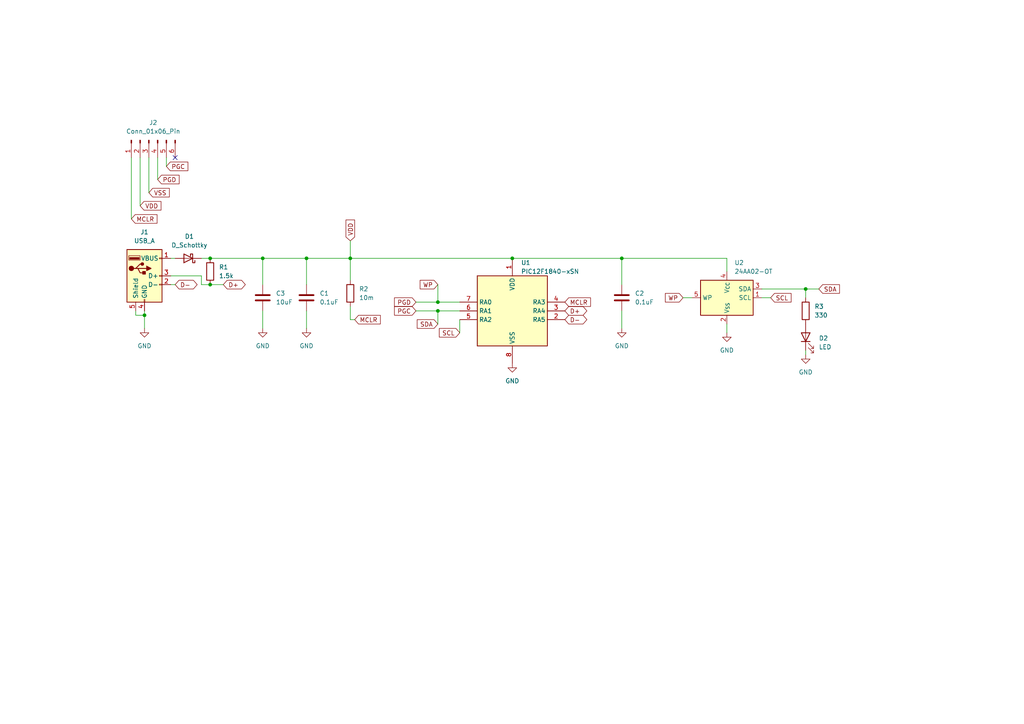
<source format=kicad_sch>
(kicad_sch (version 20230121) (generator eeschema)
  (paper "A4")
  (lib_symbols
    (symbol "Connector:Conn_01x06_Pin" (pin_names (offset 1.016) hide)
      (property "Reference" "J" (at 0 7.62 0))
      (property "Value" "Conn_01x06_Pin" (at 0 -10.16 0))
      (symbol "Conn_01x06_Pin_1_1"
        (polyline (pts (xy 1.27 -7.62) (xy 0.8636 -7.62)) (stroke (width 0.1524)))
        (polyline (pts (xy 1.27 -5.08) (xy 0.8636 -5.08)) (stroke (width 0.1524)))
        (polyline (pts (xy 1.27 -2.54) (xy 0.8636 -2.54)) (stroke (width 0.1524)))
        (polyline (pts (xy 1.27 0) (xy 0.8636 0)) (stroke (width 0.1524)))
        (polyline (pts (xy 1.27 2.54) (xy 0.8636 2.54)) (stroke (width 0.1524)))
        (polyline (pts (xy 1.27 5.08) (xy 0.8636 5.08)) (stroke (width 0.1524)))
        (rectangle (start 0.8636 -7.493) (end 0 -7.747) (stroke (width 0.1524)) (fill (type outline)))
        (rectangle (start 0.8636 -4.953) (end 0 -5.207) (stroke (width 0.1524)) (fill (type outline)))
        (rectangle (start 0.8636 -2.413) (end 0 -2.667) (stroke (width 0.1524)) (fill (type outline)))
        (rectangle (start 0.8636 0.127) (end 0 -0.127) (stroke (width 0.1524)) (fill (type outline)))
        (rectangle (start 0.8636 2.667) (end 0 2.413) (stroke (width 0.1524)) (fill (type outline)))
        (rectangle (start 0.8636 5.207) (end 0 4.953) (stroke (width 0.1524)) (fill (type outline)))
        (pin passive line (at 5.08 5.08 180) (length 3.81) (name "Pin_1") (number "1"))
        (pin passive line (at 5.08 2.54 180) (length 3.81) (name "Pin_2") (number "2"))
        (pin passive line (at 5.08 0 180) (length 3.81) (name "Pin_3") (number "3"))
        (pin passive line (at 5.08 -2.54 180) (length 3.81) (name "Pin_4") (number "4"))
        (pin passive line (at 5.08 -5.08 180) (length 3.81) (name "Pin_5") (number "5"))
        (pin passive line (at 5.08 -7.62 180) (length 3.81) (name "Pin_6") (number "6"))
      )
    )
    (symbol "Connector:USB_A" (pin_names (offset 1.016))
      (property "Reference" "J" (at -5.08 11.43 0))
      (property "Value" "USB_A" (at -5.08 8.89 0))
      (symbol "USB_A_0_1"
        (rectangle (start -5.08 -7.62) (end 5.08 7.62) (stroke (width 0.254)) (fill (type background)))
        (circle (center -3.81 2.159) (radius 0.635) (stroke (width 0.254)) (fill (type outline)))
        (rectangle (start -1.524 4.826) (end -4.318 5.334) (fill (type outline)))
        (rectangle (start -1.27 4.572) (end -4.572 5.842))
        (circle (center -0.635 3.429) (radius 0.381) (stroke (width 0.254)) (fill (type outline)))
        (rectangle (start -0.127 -7.62) (end 0.127 -6.858))
        (polyline (pts (xy -3.175 2.159) (xy -2.54 2.159) (xy -1.27 3.429) (xy -0.635 3.429)) (stroke (width 0.254)))
        (polyline (pts (xy -2.54 2.159) (xy -1.905 2.159) (xy -1.27 0.889) (xy 0 0.889)) (stroke (width 0.254)))
        (polyline (pts (xy 0.635 2.794) (xy 0.635 1.524) (xy 1.905 2.159) (xy 0.635 2.794)) (stroke (width 0.254)) (fill (type outline)))
        (rectangle (start 0.254 1.27) (end -0.508 0.508) (stroke (width 0.254)) (fill (type outline)))
        (rectangle (start 5.08 -2.667) (end 4.318 -2.413))
        (rectangle (start 5.08 -0.127) (end 4.318 0.127))
        (rectangle (start 5.08 4.953) (end 4.318 5.207))
      )
      (symbol "USB_A_1_1"
        (polyline (pts (xy -1.905 2.159) (xy 0.635 2.159)) (stroke (width 0.254)))
        (pin power_in line (at 7.62 5.08 180) (length 2.54) (name "VBUS") (number "1"))
        (pin bidirectional line (at 7.62 -2.54 180) (length 2.54) (name "D-") (number "2"))
        (pin bidirectional line (at 7.62 0 180) (length 2.54) (name "D+") (number "3"))
        (pin power_in line (at 0 -10.16 90) (length 2.54) (name "GND") (number "4"))
        (pin passive line (at -2.54 -10.16 90) (length 2.54) (name "Shield") (number "5"))
      )
    )
    (symbol "Device:C" (pin_numbers hide) (pin_names (offset 0.254))
      (property "Reference" "C" (at 0.635 2.54 0))
      (property "Value" "C" (at 0.635 -2.54 0))
      (symbol "C_0_1"
        (polyline (pts (xy -2.032 -0.762) (xy 2.032 -0.762)) (stroke (width 0.508)))
        (polyline (pts (xy -2.032 0.762) (xy 2.032 0.762)) (stroke (width 0.508)))
      )
      (symbol "C_1_1"
        (pin passive line (at 0 3.81 270) (length 2.794) (name "~") (number "1"))
        (pin passive line (at 0 -3.81 90) (length 2.794) (name "~") (number "2"))
      )
    )
    (symbol "Device:D_Schottky" (pin_numbers hide) (pin_names (offset 1.016) hide)
      (property "Reference" "D" (at 0 2.54 0))
      (property "Value" "D_Schottky" (at 0 -2.54 0))
      (symbol "D_Schottky_0_1"
        (polyline (pts (xy 1.27 0) (xy -1.27 0)))
        (polyline (pts (xy 1.27 1.27) (xy 1.27 -1.27) (xy -1.27 0) (xy 1.27 1.27)) (stroke (width 0.254)))
        (polyline (pts (xy -1.905 0.635) (xy -1.905 1.27) (xy -1.27 1.27) (xy -1.27 -1.27) (xy -0.635 -1.27) (xy -0.635 -0.635)) (stroke (width 0.254)))
      )
      (symbol "D_Schottky_1_1"
        (pin passive line (at -3.81 0 0) (length 2.54) (name "K") (number "1"))
        (pin passive line (at 3.81 0 180) (length 2.54) (name "A") (number "2"))
      )
    )
    (symbol "Device:LED" (pin_numbers hide) (pin_names (offset 1.016) hide)
      (property "Reference" "D" (at 0 2.54 0))
      (property "Value" "LED" (at 0 -2.54 0))
      (symbol "LED_0_1"
        (polyline (pts (xy -1.27 -1.27) (xy -1.27 1.27)) (stroke (width 0.254)))
        (polyline (pts (xy -1.27 0) (xy 1.27 0)))
        (polyline (pts (xy 1.27 -1.27) (xy 1.27 1.27) (xy -1.27 0) (xy 1.27 -1.27)) (stroke (width 0.254)))
        (polyline (pts (xy -3.048 -0.762) (xy -4.572 -2.286) (xy -3.81 -2.286) (xy -4.572 -2.286) (xy -4.572 -1.524)))
        (polyline (pts (xy -1.778 -0.762) (xy -3.302 -2.286) (xy -2.54 -2.286) (xy -3.302 -2.286) (xy -3.302 -1.524)))
      )
      (symbol "LED_1_1"
        (pin passive line (at -3.81 0 0) (length 2.54) (name "K") (number "1"))
        (pin passive line (at 3.81 0 180) (length 2.54) (name "A") (number "2"))
      )
    )
    (symbol "Device:R" (pin_numbers hide) (pin_names (offset 0))
      (property "Reference" "R" (at 2.032 0 90))
      (property "Value" "R" (at 0 0 90))
      (symbol "R_0_1"
        (rectangle (start -1.016 -2.54) (end 1.016 2.54) (stroke (width 0.254)))
      )
      (symbol "R_1_1"
        (pin passive line (at 0 3.81 270) (length 1.27) (name "~") (number "1"))
        (pin passive line (at 0 -3.81 90) (length 1.27) (name "~") (number "2"))
      )
    )
    (symbol "MCU_Microchip_PIC12:PIC12F1840-xSN"
      (property "Reference" "U" (at 1.27 13.97 0))
      (property "Value" "PIC12F1840-xSN" (at 1.27 11.43 0))
      (symbol "PIC12F1840-xSN_0_1"
        (rectangle (start 10.16 -10.16) (end -10.16 10.16) (stroke (width 0.254)) (fill (type background)))
      )
      (symbol "PIC12F1840-xSN_1_1"
        (pin power_in line (at 0 15.24 270) (length 5.08) (name "VDD") (number "1"))
        (pin bidirectional line (at 15.24 -2.54 180) (length 5.08) (name "RA5") (number "2"))
        (pin bidirectional line (at 15.24 0 180) (length 5.08) (name "RA4") (number "3"))
        (pin input line (at 15.24 2.54 180) (length 5.08) (name "RA3") (number "4"))
        (pin bidirectional line (at -15.24 -2.54 0) (length 5.08) (name "RA2") (number "5"))
        (pin bidirectional line (at -15.24 0 0) (length 5.08) (name "RA1") (number "6"))
        (pin bidirectional line (at -15.24 2.54 0) (length 5.08) (name "RA0") (number "7"))
        (pin power_in line (at 0 -15.24 90) (length 5.08) (name "VSS") (number "8"))
      )
    )
    (symbol "Memory_EEPROM:24AA02-OT"
      (property "Reference" "U" (at -7.62 6.35 0))
      (property "Value" "24AA02-OT" (at 2.54 -6.35 0))
      (symbol "24AA02-OT_1_1"
        (rectangle (start -7.62 5.08) (end 7.62 -5.08) (stroke (width 0.254)) (fill (type background)))
        (pin input line (at 10.16 0 180) (length 2.54) (name "SCL") (number "1"))
        (pin power_in line (at 0 -7.62 90) (length 2.54) (name "V_{SS}") (number "2"))
        (pin bidirectional line (at 10.16 2.54 180) (length 2.54) (name "SDA") (number "3"))
        (pin power_in line (at 0 7.62 270) (length 2.54) (name "V_{CC}") (number "4"))
        (pin input line (at -10.16 0 0) (length 2.54) (name "WP") (number "5"))
      )
    )
    (symbol "power:GND" (power) (pin_names (offset 0))
      (property "Value" "GND" (at 0 -3.81 0))
      (symbol "GND_0_1"
        (polyline (pts (xy 0 0) (xy 0 -1.27) (xy 1.27 -1.27) (xy 0 -2.54) (xy -1.27 -1.27) (xy 0 -1.27)))
      )
      (symbol "GND_1_1"
        (pin power_in line (at 0 0 270) (length 0) hide (name "GND") (number "1"))
      )
    )
  )
  (junction (at 127 87.63))
  (junction (at 180.34 74.93))
  (junction (at 60.96 82.55))
  (junction (at 233.68 83.82))
  (junction (at 76.2 74.93))
  (junction (at 127 90.17))
  (junction (at 101.6 74.93))
  (junction (at 148.59 74.93))
  (junction (at 41.91 91.44))
  (junction (at 60.96 74.93))
  (junction (at 88.9 74.93))
  (no_connect (at 50.8 45.72))
  (wire (pts (xy 43.18 45.72) (xy 43.18 55.88)))
  (wire (pts (xy 233.68 101.6) (xy 233.68 102.87)))
  (wire (pts (xy 101.6 74.93) (xy 148.59 74.93)))
  (wire (pts (xy 210.82 96.52) (xy 210.82 93.98)))
  (wire (pts (xy 48.26 45.72) (xy 48.26 48.26)))
  (wire (pts (xy 127 87.63) (xy 133.35 87.63)))
  (wire (pts (xy 38.1 45.72) (xy 38.1 63.5)))
  (wire (pts (xy 180.34 82.55) (xy 180.34 74.93)))
  (wire (pts (xy 88.9 90.17) (xy 88.9 95.25)))
  (wire (pts (xy 233.68 83.82) (xy 233.68 86.36)))
  (wire (pts (xy 39.37 91.44) (xy 41.91 91.44)))
  (wire (pts (xy 41.91 91.44) (xy 41.91 90.17)))
  (wire (pts (xy 180.34 74.93) (xy 210.82 74.93)))
  (wire (pts (xy 60.96 74.93) (xy 76.2 74.93)))
  (wire (pts (xy 220.98 86.36) (xy 223.52 86.36)))
  (wire (pts (xy 180.34 90.17) (xy 180.34 95.25)))
  (wire (pts (xy 41.91 91.44) (xy 41.91 95.25)))
  (wire (pts (xy 101.6 88.9) (xy 101.6 92.71)))
  (wire (pts (xy 233.68 83.82) (xy 237.49 83.82)))
  (wire (pts (xy 148.59 74.93) (xy 180.34 74.93)))
  (wire (pts (xy 101.6 74.93) (xy 101.6 81.28)))
  (wire (pts (xy 133.35 92.71) (xy 133.35 96.52)))
  (wire (pts (xy 127 90.17) (xy 127 93.98)))
  (wire (pts (xy 76.2 90.17) (xy 76.2 95.25)))
  (wire (pts (xy 88.9 74.93) (xy 88.9 82.55)))
  (wire (pts (xy 49.53 82.55) (xy 50.8 82.55)))
  (wire (pts (xy 220.98 83.82) (xy 233.68 83.82)))
  (wire (pts (xy 40.64 45.72) (xy 40.64 59.69)))
  (wire (pts (xy 45.72 45.72) (xy 45.72 52.07)))
  (wire (pts (xy 76.2 74.93) (xy 76.2 82.55)))
  (wire (pts (xy 49.53 74.93) (xy 50.8 74.93)))
  (wire (pts (xy 198.12 86.36) (xy 200.66 86.36)))
  (wire (pts (xy 127 82.55) (xy 127 87.63)))
  (wire (pts (xy 60.96 82.55) (xy 64.77 82.55)))
  (wire (pts (xy 76.2 74.93) (xy 88.9 74.93)))
  (wire (pts (xy 127 90.17) (xy 133.35 90.17)))
  (wire (pts (xy 101.6 69.85) (xy 101.6 74.93)))
  (wire (pts (xy 120.65 90.17) (xy 127 90.17)))
  (wire (pts (xy 58.42 82.55) (xy 58.42 80.01)))
  (wire (pts (xy 120.65 87.63) (xy 127 87.63)))
  (wire (pts (xy 88.9 74.93) (xy 101.6 74.93)))
  (wire (pts (xy 58.42 74.93) (xy 60.96 74.93)))
  (wire (pts (xy 210.82 74.93) (xy 210.82 78.74)))
  (wire (pts (xy 58.42 82.55) (xy 60.96 82.55)))
  (wire (pts (xy 58.42 80.01) (xy 49.53 80.01)))
  (wire (pts (xy 101.6 92.71) (xy 102.87 92.71)))
  (wire (pts (xy 39.37 90.17) (xy 39.37 91.44)))
  (global_label "D+" (shape bidirectional) (at 163.83 90.17 0) (property "Intersheetrefs" "${INTERSHEET_REFS}" (effects hide)))
  (global_label "D-" (shape bidirectional) (at 163.83 92.71 0) (property "Intersheetrefs" "${INTERSHEET_REFS}" (effects hide)))
  (global_label "SDA" (shape input) (at 237.49 83.82 0) (property "Intersheetrefs" "${INTERSHEET_REFS}" (effects hide)))
  (global_label "VDD" (shape input) (at 40.64 59.69 0) (property "Intersheetrefs" "${INTERSHEET_REFS}" (effects hide)))
  (global_label "MCLR" (shape input) (at 102.87 92.71 0) (property "Intersheetrefs" "${INTERSHEET_REFS}" (effects hide)))
  (global_label "VSS" (shape input) (at 43.18 55.88 0) (property "Intersheetrefs" "${INTERSHEET_REFS}" (effects hide)))
  (global_label "PGD" (shape input) (at 45.72 52.07 0) (property "Intersheetrefs" "${INTERSHEET_REFS}" (effects hide)))
  (global_label "PGD" (shape input) (at 120.65 87.63 180) (property "Intersheetrefs" "${INTERSHEET_REFS}" (effects hide)))
  (global_label "PGC" (shape input) (at 120.65 90.17 180) (property "Intersheetrefs" "${INTERSHEET_REFS}" (effects hide)))
  (global_label "WP" (shape input) (at 127 82.55 180) (property "Intersheetrefs" "${INTERSHEET_REFS}" (effects hide)))
  (global_label "MCLR" (shape input) (at 163.83 87.63 0) (property "Intersheetrefs" "${INTERSHEET_REFS}" (effects hide)))
  (global_label "SDA" (shape input) (at 127 93.98 180) (property "Intersheetrefs" "${INTERSHEET_REFS}" (effects hide)))
  (global_label "SCL" (shape input) (at 223.52 86.36 0) (property "Intersheetrefs" "${INTERSHEET_REFS}" (effects hide)))
  (global_label "MCLR" (shape input) (at 38.1 63.5 0) (property "Intersheetrefs" "${INTERSHEET_REFS}" (effects hide)))
  (global_label "WP" (shape input) (at 198.12 86.36 180) (property "Intersheetrefs" "${INTERSHEET_REFS}" (effects hide)))
  (global_label "D-" (shape bidirectional) (at 50.8 82.55 0) (property "Intersheetrefs" "${INTERSHEET_REFS}" (effects hide)))
  (global_label "VDD" (shape input) (at 101.6 69.85 90) (property "Intersheetrefs" "${INTERSHEET_REFS}" (effects hide)))
  (global_label "D+" (shape bidirectional) (at 64.77 82.55 0) (property "Intersheetrefs" "${INTERSHEET_REFS}" (effects hide)))
  (global_label "PGC" (shape input) (at 48.26 48.26 0) (property "Intersheetrefs" "${INTERSHEET_REFS}" (effects hide)))
  (global_label "SCL" (shape input) (at 133.35 96.52 180) (property "Intersheetrefs" "${INTERSHEET_REFS}" (effects hide)))
  (symbol (lib_id "Device:C") (at 76.2 86.36 0) (unit 1)
    (property "Reference" "C3" (at 80.01 85.09 0) (effects (justify left)))
    (property "Value" "10uF" (at 80.01 87.63 0) (effects (justify left)))
    (property "Footprint" "Capacitor_SMD:C_1206_3216Metric_Pad1.33x1.80mm_HandSolder" (effects hide))
  )
  (symbol (lib_id "power:GND") (at 88.9 95.25 0) (unit 1)
    (property "Reference" "#PWR02" (effects hide))
    (property "Value" "GND" (at 88.9 100.33 0))
  )
  (symbol (lib_id "Device:C") (at 88.9 86.36 0) (unit 1)
    (property "Reference" "C1" (at 92.71 85.09 0) (effects (justify left)))
    (property "Value" "0.1uF" (at 92.71 87.63 0) (effects (justify left)))
    (property "Footprint" "Capacitor_SMD:C_0603_1608Metric_Pad1.08x0.95mm_HandSolder" (effects hide))
  )
  (symbol (lib_id "MCU_Microchip_PIC12:PIC12F1840-xSN") (at 148.59 90.17 0) (unit 1)
    (property "Reference" "U1" (at 151.13 76.2 0) (effects (justify left)))
    (property "Value" "PIC12F1840-xSN" (at 151.13 78.74 0) (effects (justify left)))
    (property "Footprint" "Package_SO:SOIC-8_3.9x4.9mm_P1.27mm" (effects hide))
    (property "Datasheet" "https://ww1.microchip.com/downloads/en/DeviceDoc/41441B.pdf" (effects hide))
  )
  (symbol (lib_id "Device:D_Schottky") (at 54.61 74.93 180) (unit 1)
    (property "Reference" "D1" (at 54.9275 68.58 0))
    (property "Value" "D_Schottky" (at 54.9275 71.12 0))
    (property "Footprint" "Diode_SMD:D_0805_2012Metric" (effects hide))
  )
  (symbol (lib_id "Device:R") (at 101.6 85.09 0) (unit 1)
    (property "Reference" "R2" (at 104.14 83.82 0) (effects (justify left)))
    (property "Value" "10m" (at 104.14 86.36 0) (effects (justify left)))
    (property "Footprint" "Capacitor_SMD:C_0805_2012Metric_Pad1.18x1.45mm_HandSolder" (effects hide))
  )
  (symbol (lib_id "Connector:USB_A") (at 41.91 80.01 0) (unit 1)
    (property "Reference" "J1" (at 41.91 67.31 0))
    (property "Value" "USB_A" (at 41.91 69.85 0))
    (property "Footprint" "_Library:USBA_2.0_Male" (effects hide))
    (property "Datasheet" " ~" (effects hide))
  )
  (symbol (lib_id "Device:LED") (at 233.68 97.79 90) (unit 1)
    (property "Reference" "D2" (at 237.49 98.1075 90) (effects (justify right)))
    (property "Value" "LED" (at 237.49 100.6475 90) (effects (justify right)))
    (property "Footprint" "LED_SMD:LED_PLCC-2_3.4x3.0mm_KA" (effects hide))
  )
  (symbol (lib_id "power:GND") (at 210.82 96.52 0) (unit 1)
    (property "Reference" "#PWR05" (effects hide))
    (property "Value" "GND" (at 210.82 101.6 0))
  )
  (symbol (lib_id "power:GND") (at 233.68 102.87 0) (unit 1)
    (property "Reference" "#PWR07" (effects hide))
    (property "Value" "GND" (at 233.68 107.95 0))
  )
  (symbol (lib_id "power:GND") (at 180.34 95.25 0) (unit 1)
    (property "Reference" "#PWR06" (effects hide))
    (property "Value" "GND" (at 180.34 100.33 0))
  )
  (symbol (lib_id "power:GND") (at 148.59 105.41 0) (unit 1)
    (property "Reference" "#PWR03" (effects hide))
    (property "Value" "GND" (at 148.59 110.49 0))
  )
  (symbol (lib_id "Connector:Conn_01x06_Pin") (at 43.18 40.64 90) (mirror x) (unit 1)
    (property "Reference" "J2" (at 44.45 35.56 90))
    (property "Value" "Conn_01x06_Pin" (at 44.45 38.1 90))
    (property "Footprint" "Connector_PinHeader_2.54mm:PinHeader_1x06_P2.54mm_Horizontal" (effects hide))
  )
  (symbol (lib_id "power:GND") (at 76.2 95.25 0) (unit 1)
    (property "Reference" "#PWR04" (effects hide))
    (property "Value" "GND" (at 76.2 100.33 0))
  )
  (symbol (lib_id "power:GND") (at 41.91 95.25 0) (unit 1)
    (property "Reference" "#PWR01" (effects hide))
    (property "Value" "GND" (at 41.91 100.33 0))
  )
  (symbol (lib_id "Device:R") (at 233.68 90.17 0) (unit 1)
    (property "Reference" "R3" (at 236.22 88.9 0) (effects (justify left)))
    (property "Value" "330" (at 236.22 91.44 0) (effects (justify left)))
    (property "Footprint" "Capacitor_SMD:C_0805_2012Metric_Pad1.18x1.45mm_HandSolder" (effects hide))
  )
  (symbol (lib_id "Device:C") (at 180.34 86.36 0) (unit 1)
    (property "Reference" "C2" (at 184.15 85.09 0) (effects (justify left)))
    (property "Value" "0.1uF" (at 184.15 87.63 0) (effects (justify left)))
    (property "Footprint" "Capacitor_SMD:C_0603_1608Metric_Pad1.08x0.95mm_HandSolder" (effects hide))
  )
  (symbol (lib_id "Device:R") (at 60.96 78.74 0) (unit 1)
    (property "Reference" "R1" (at 63.5 77.47 0) (effects (justify left)))
    (property "Value" "1.5k" (at 63.5 80.01 0) (effects (justify left)))
    (property "Footprint" "Capacitor_SMD:C_0805_2012Metric_Pad1.18x1.45mm_HandSolder" (effects hide))
  )
  (symbol (lib_id "Memory_EEPROM:24AA02-OT") (at 210.82 86.36 0) (unit 1)
    (property "Reference" "U2" (at 213.0141 76.2 0) (effects (justify left)))
    (property "Value" "24AA02-OT" (at 213.0141 78.74 0) (effects (justify left)))
    (property "Footprint" "Package_TO_SOT_SMD:SOT-23-5" (effects hide))
    (property "Datasheet" "http://ww1.microchip.com/downloads/en/DeviceDoc/21709J.pdf" (effects hide))
  )
)
</source>
